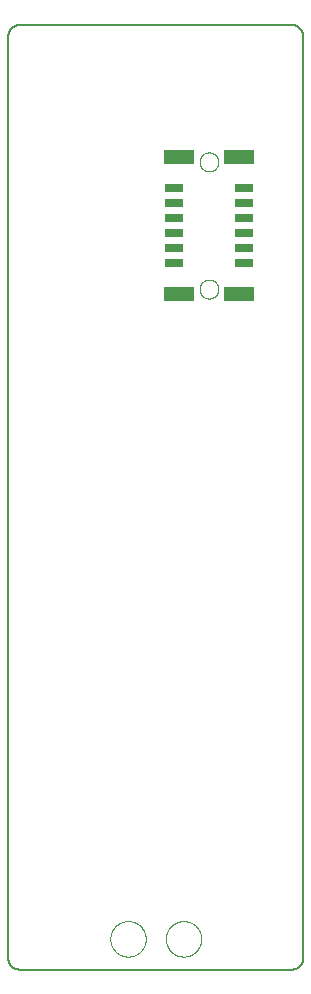
<source format=gbp>
G75*
%MOIN*%
%OFA0B0*%
%FSLAX25Y25*%
%IPPOS*%
%LPD*%
%AMOC8*
5,1,8,0,0,1.08239X$1,22.5*
%
%ADD10R,0.05906X0.03150*%
%ADD11R,0.09843X0.04724*%
%ADD12C,0.00000*%
%ADD13C,0.00500*%
D10*
X0071703Y0244866D03*
X0071703Y0249866D03*
X0071703Y0254866D03*
X0071703Y0259866D03*
X0071703Y0264866D03*
X0071703Y0269866D03*
X0094931Y0269866D03*
X0094931Y0264866D03*
X0094931Y0259866D03*
X0094931Y0254866D03*
X0094931Y0249866D03*
X0094931Y0244866D03*
D11*
X0093356Y0234571D03*
X0093356Y0280240D03*
X0073278Y0280240D03*
X0073278Y0234571D03*
D12*
X0080167Y0236205D02*
X0080169Y0236317D01*
X0080175Y0236428D01*
X0080185Y0236540D01*
X0080199Y0236651D01*
X0080216Y0236761D01*
X0080238Y0236871D01*
X0080264Y0236980D01*
X0080293Y0237088D01*
X0080326Y0237194D01*
X0080363Y0237300D01*
X0080404Y0237404D01*
X0080449Y0237507D01*
X0080497Y0237608D01*
X0080548Y0237707D01*
X0080603Y0237804D01*
X0080662Y0237899D01*
X0080723Y0237993D01*
X0080788Y0238084D01*
X0080857Y0238172D01*
X0080928Y0238258D01*
X0081002Y0238342D01*
X0081080Y0238422D01*
X0081160Y0238500D01*
X0081243Y0238576D01*
X0081328Y0238648D01*
X0081416Y0238717D01*
X0081506Y0238783D01*
X0081599Y0238845D01*
X0081694Y0238905D01*
X0081791Y0238961D01*
X0081889Y0239013D01*
X0081990Y0239062D01*
X0082092Y0239107D01*
X0082196Y0239149D01*
X0082301Y0239187D01*
X0082408Y0239221D01*
X0082515Y0239251D01*
X0082624Y0239278D01*
X0082733Y0239300D01*
X0082844Y0239319D01*
X0082954Y0239334D01*
X0083066Y0239345D01*
X0083177Y0239352D01*
X0083289Y0239355D01*
X0083401Y0239354D01*
X0083513Y0239349D01*
X0083624Y0239340D01*
X0083735Y0239327D01*
X0083846Y0239310D01*
X0083956Y0239290D01*
X0084065Y0239265D01*
X0084173Y0239237D01*
X0084280Y0239204D01*
X0084386Y0239168D01*
X0084490Y0239128D01*
X0084593Y0239085D01*
X0084695Y0239038D01*
X0084794Y0238987D01*
X0084892Y0238933D01*
X0084988Y0238875D01*
X0085082Y0238814D01*
X0085173Y0238750D01*
X0085262Y0238683D01*
X0085349Y0238612D01*
X0085433Y0238538D01*
X0085515Y0238462D01*
X0085593Y0238382D01*
X0085669Y0238300D01*
X0085742Y0238215D01*
X0085812Y0238128D01*
X0085878Y0238038D01*
X0085942Y0237946D01*
X0086002Y0237852D01*
X0086059Y0237756D01*
X0086112Y0237657D01*
X0086162Y0237557D01*
X0086208Y0237456D01*
X0086251Y0237352D01*
X0086290Y0237247D01*
X0086325Y0237141D01*
X0086356Y0237034D01*
X0086384Y0236925D01*
X0086407Y0236816D01*
X0086427Y0236706D01*
X0086443Y0236595D01*
X0086455Y0236484D01*
X0086463Y0236373D01*
X0086467Y0236261D01*
X0086467Y0236149D01*
X0086463Y0236037D01*
X0086455Y0235926D01*
X0086443Y0235815D01*
X0086427Y0235704D01*
X0086407Y0235594D01*
X0086384Y0235485D01*
X0086356Y0235376D01*
X0086325Y0235269D01*
X0086290Y0235163D01*
X0086251Y0235058D01*
X0086208Y0234954D01*
X0086162Y0234853D01*
X0086112Y0234753D01*
X0086059Y0234654D01*
X0086002Y0234558D01*
X0085942Y0234464D01*
X0085878Y0234372D01*
X0085812Y0234282D01*
X0085742Y0234195D01*
X0085669Y0234110D01*
X0085593Y0234028D01*
X0085515Y0233948D01*
X0085433Y0233872D01*
X0085349Y0233798D01*
X0085262Y0233727D01*
X0085173Y0233660D01*
X0085082Y0233596D01*
X0084988Y0233535D01*
X0084892Y0233477D01*
X0084794Y0233423D01*
X0084695Y0233372D01*
X0084593Y0233325D01*
X0084490Y0233282D01*
X0084386Y0233242D01*
X0084280Y0233206D01*
X0084173Y0233173D01*
X0084065Y0233145D01*
X0083956Y0233120D01*
X0083846Y0233100D01*
X0083735Y0233083D01*
X0083624Y0233070D01*
X0083513Y0233061D01*
X0083401Y0233056D01*
X0083289Y0233055D01*
X0083177Y0233058D01*
X0083066Y0233065D01*
X0082954Y0233076D01*
X0082844Y0233091D01*
X0082733Y0233110D01*
X0082624Y0233132D01*
X0082515Y0233159D01*
X0082408Y0233189D01*
X0082301Y0233223D01*
X0082196Y0233261D01*
X0082092Y0233303D01*
X0081990Y0233348D01*
X0081889Y0233397D01*
X0081791Y0233449D01*
X0081694Y0233505D01*
X0081599Y0233565D01*
X0081506Y0233627D01*
X0081416Y0233693D01*
X0081328Y0233762D01*
X0081243Y0233834D01*
X0081160Y0233910D01*
X0081080Y0233988D01*
X0081002Y0234068D01*
X0080928Y0234152D01*
X0080857Y0234238D01*
X0080788Y0234326D01*
X0080723Y0234417D01*
X0080662Y0234511D01*
X0080603Y0234606D01*
X0080548Y0234703D01*
X0080497Y0234802D01*
X0080449Y0234903D01*
X0080404Y0235006D01*
X0080363Y0235110D01*
X0080326Y0235216D01*
X0080293Y0235322D01*
X0080264Y0235430D01*
X0080238Y0235539D01*
X0080216Y0235649D01*
X0080199Y0235759D01*
X0080185Y0235870D01*
X0080175Y0235982D01*
X0080169Y0236093D01*
X0080167Y0236205D01*
X0080169Y0236317D01*
X0080175Y0236428D01*
X0080185Y0236540D01*
X0080199Y0236651D01*
X0080216Y0236761D01*
X0080238Y0236871D01*
X0080264Y0236980D01*
X0080293Y0237088D01*
X0080326Y0237194D01*
X0080363Y0237300D01*
X0080404Y0237404D01*
X0080449Y0237507D01*
X0080497Y0237608D01*
X0080548Y0237707D01*
X0080603Y0237804D01*
X0080662Y0237899D01*
X0080723Y0237993D01*
X0080788Y0238084D01*
X0080857Y0238172D01*
X0080928Y0238258D01*
X0081002Y0238342D01*
X0081080Y0238422D01*
X0081160Y0238500D01*
X0081243Y0238576D01*
X0081328Y0238648D01*
X0081416Y0238717D01*
X0081506Y0238783D01*
X0081599Y0238845D01*
X0081694Y0238905D01*
X0081791Y0238961D01*
X0081889Y0239013D01*
X0081990Y0239062D01*
X0082092Y0239107D01*
X0082196Y0239149D01*
X0082301Y0239187D01*
X0082408Y0239221D01*
X0082515Y0239251D01*
X0082624Y0239278D01*
X0082733Y0239300D01*
X0082844Y0239319D01*
X0082954Y0239334D01*
X0083066Y0239345D01*
X0083177Y0239352D01*
X0083289Y0239355D01*
X0083401Y0239354D01*
X0083513Y0239349D01*
X0083624Y0239340D01*
X0083735Y0239327D01*
X0083846Y0239310D01*
X0083956Y0239290D01*
X0084065Y0239265D01*
X0084173Y0239237D01*
X0084280Y0239204D01*
X0084386Y0239168D01*
X0084490Y0239128D01*
X0084593Y0239085D01*
X0084695Y0239038D01*
X0084794Y0238987D01*
X0084892Y0238933D01*
X0084988Y0238875D01*
X0085082Y0238814D01*
X0085173Y0238750D01*
X0085262Y0238683D01*
X0085349Y0238612D01*
X0085433Y0238538D01*
X0085515Y0238462D01*
X0085593Y0238382D01*
X0085669Y0238300D01*
X0085742Y0238215D01*
X0085812Y0238128D01*
X0085878Y0238038D01*
X0085942Y0237946D01*
X0086002Y0237852D01*
X0086059Y0237756D01*
X0086112Y0237657D01*
X0086162Y0237557D01*
X0086208Y0237456D01*
X0086251Y0237352D01*
X0086290Y0237247D01*
X0086325Y0237141D01*
X0086356Y0237034D01*
X0086384Y0236925D01*
X0086407Y0236816D01*
X0086427Y0236706D01*
X0086443Y0236595D01*
X0086455Y0236484D01*
X0086463Y0236373D01*
X0086467Y0236261D01*
X0086467Y0236149D01*
X0086463Y0236037D01*
X0086455Y0235926D01*
X0086443Y0235815D01*
X0086427Y0235704D01*
X0086407Y0235594D01*
X0086384Y0235485D01*
X0086356Y0235376D01*
X0086325Y0235269D01*
X0086290Y0235163D01*
X0086251Y0235058D01*
X0086208Y0234954D01*
X0086162Y0234853D01*
X0086112Y0234753D01*
X0086059Y0234654D01*
X0086002Y0234558D01*
X0085942Y0234464D01*
X0085878Y0234372D01*
X0085812Y0234282D01*
X0085742Y0234195D01*
X0085669Y0234110D01*
X0085593Y0234028D01*
X0085515Y0233948D01*
X0085433Y0233872D01*
X0085349Y0233798D01*
X0085262Y0233727D01*
X0085173Y0233660D01*
X0085082Y0233596D01*
X0084988Y0233535D01*
X0084892Y0233477D01*
X0084794Y0233423D01*
X0084695Y0233372D01*
X0084593Y0233325D01*
X0084490Y0233282D01*
X0084386Y0233242D01*
X0084280Y0233206D01*
X0084173Y0233173D01*
X0084065Y0233145D01*
X0083956Y0233120D01*
X0083846Y0233100D01*
X0083735Y0233083D01*
X0083624Y0233070D01*
X0083513Y0233061D01*
X0083401Y0233056D01*
X0083289Y0233055D01*
X0083177Y0233058D01*
X0083066Y0233065D01*
X0082954Y0233076D01*
X0082844Y0233091D01*
X0082733Y0233110D01*
X0082624Y0233132D01*
X0082515Y0233159D01*
X0082408Y0233189D01*
X0082301Y0233223D01*
X0082196Y0233261D01*
X0082092Y0233303D01*
X0081990Y0233348D01*
X0081889Y0233397D01*
X0081791Y0233449D01*
X0081694Y0233505D01*
X0081599Y0233565D01*
X0081506Y0233627D01*
X0081416Y0233693D01*
X0081328Y0233762D01*
X0081243Y0233834D01*
X0081160Y0233910D01*
X0081080Y0233988D01*
X0081002Y0234068D01*
X0080928Y0234152D01*
X0080857Y0234238D01*
X0080788Y0234326D01*
X0080723Y0234417D01*
X0080662Y0234511D01*
X0080603Y0234606D01*
X0080548Y0234703D01*
X0080497Y0234802D01*
X0080449Y0234903D01*
X0080404Y0235006D01*
X0080363Y0235110D01*
X0080326Y0235216D01*
X0080293Y0235322D01*
X0080264Y0235430D01*
X0080238Y0235539D01*
X0080216Y0235649D01*
X0080199Y0235759D01*
X0080185Y0235870D01*
X0080175Y0235982D01*
X0080169Y0236093D01*
X0080167Y0236205D01*
X0080167Y0278606D02*
X0080169Y0278718D01*
X0080175Y0278829D01*
X0080185Y0278941D01*
X0080199Y0279052D01*
X0080216Y0279162D01*
X0080238Y0279272D01*
X0080264Y0279381D01*
X0080293Y0279489D01*
X0080326Y0279595D01*
X0080363Y0279701D01*
X0080404Y0279805D01*
X0080449Y0279908D01*
X0080497Y0280009D01*
X0080548Y0280108D01*
X0080603Y0280205D01*
X0080662Y0280300D01*
X0080723Y0280394D01*
X0080788Y0280485D01*
X0080857Y0280573D01*
X0080928Y0280659D01*
X0081002Y0280743D01*
X0081080Y0280823D01*
X0081160Y0280901D01*
X0081243Y0280977D01*
X0081328Y0281049D01*
X0081416Y0281118D01*
X0081506Y0281184D01*
X0081599Y0281246D01*
X0081694Y0281306D01*
X0081791Y0281362D01*
X0081889Y0281414D01*
X0081990Y0281463D01*
X0082092Y0281508D01*
X0082196Y0281550D01*
X0082301Y0281588D01*
X0082408Y0281622D01*
X0082515Y0281652D01*
X0082624Y0281679D01*
X0082733Y0281701D01*
X0082844Y0281720D01*
X0082954Y0281735D01*
X0083066Y0281746D01*
X0083177Y0281753D01*
X0083289Y0281756D01*
X0083401Y0281755D01*
X0083513Y0281750D01*
X0083624Y0281741D01*
X0083735Y0281728D01*
X0083846Y0281711D01*
X0083956Y0281691D01*
X0084065Y0281666D01*
X0084173Y0281638D01*
X0084280Y0281605D01*
X0084386Y0281569D01*
X0084490Y0281529D01*
X0084593Y0281486D01*
X0084695Y0281439D01*
X0084794Y0281388D01*
X0084892Y0281334D01*
X0084988Y0281276D01*
X0085082Y0281215D01*
X0085173Y0281151D01*
X0085262Y0281084D01*
X0085349Y0281013D01*
X0085433Y0280939D01*
X0085515Y0280863D01*
X0085593Y0280783D01*
X0085669Y0280701D01*
X0085742Y0280616D01*
X0085812Y0280529D01*
X0085878Y0280439D01*
X0085942Y0280347D01*
X0086002Y0280253D01*
X0086059Y0280157D01*
X0086112Y0280058D01*
X0086162Y0279958D01*
X0086208Y0279857D01*
X0086251Y0279753D01*
X0086290Y0279648D01*
X0086325Y0279542D01*
X0086356Y0279435D01*
X0086384Y0279326D01*
X0086407Y0279217D01*
X0086427Y0279107D01*
X0086443Y0278996D01*
X0086455Y0278885D01*
X0086463Y0278774D01*
X0086467Y0278662D01*
X0086467Y0278550D01*
X0086463Y0278438D01*
X0086455Y0278327D01*
X0086443Y0278216D01*
X0086427Y0278105D01*
X0086407Y0277995D01*
X0086384Y0277886D01*
X0086356Y0277777D01*
X0086325Y0277670D01*
X0086290Y0277564D01*
X0086251Y0277459D01*
X0086208Y0277355D01*
X0086162Y0277254D01*
X0086112Y0277154D01*
X0086059Y0277055D01*
X0086002Y0276959D01*
X0085942Y0276865D01*
X0085878Y0276773D01*
X0085812Y0276683D01*
X0085742Y0276596D01*
X0085669Y0276511D01*
X0085593Y0276429D01*
X0085515Y0276349D01*
X0085433Y0276273D01*
X0085349Y0276199D01*
X0085262Y0276128D01*
X0085173Y0276061D01*
X0085082Y0275997D01*
X0084988Y0275936D01*
X0084892Y0275878D01*
X0084794Y0275824D01*
X0084695Y0275773D01*
X0084593Y0275726D01*
X0084490Y0275683D01*
X0084386Y0275643D01*
X0084280Y0275607D01*
X0084173Y0275574D01*
X0084065Y0275546D01*
X0083956Y0275521D01*
X0083846Y0275501D01*
X0083735Y0275484D01*
X0083624Y0275471D01*
X0083513Y0275462D01*
X0083401Y0275457D01*
X0083289Y0275456D01*
X0083177Y0275459D01*
X0083066Y0275466D01*
X0082954Y0275477D01*
X0082844Y0275492D01*
X0082733Y0275511D01*
X0082624Y0275533D01*
X0082515Y0275560D01*
X0082408Y0275590D01*
X0082301Y0275624D01*
X0082196Y0275662D01*
X0082092Y0275704D01*
X0081990Y0275749D01*
X0081889Y0275798D01*
X0081791Y0275850D01*
X0081694Y0275906D01*
X0081599Y0275966D01*
X0081506Y0276028D01*
X0081416Y0276094D01*
X0081328Y0276163D01*
X0081243Y0276235D01*
X0081160Y0276311D01*
X0081080Y0276389D01*
X0081002Y0276469D01*
X0080928Y0276553D01*
X0080857Y0276639D01*
X0080788Y0276727D01*
X0080723Y0276818D01*
X0080662Y0276912D01*
X0080603Y0277007D01*
X0080548Y0277104D01*
X0080497Y0277203D01*
X0080449Y0277304D01*
X0080404Y0277407D01*
X0080363Y0277511D01*
X0080326Y0277617D01*
X0080293Y0277723D01*
X0080264Y0277831D01*
X0080238Y0277940D01*
X0080216Y0278050D01*
X0080199Y0278160D01*
X0080185Y0278271D01*
X0080175Y0278383D01*
X0080169Y0278494D01*
X0080167Y0278606D01*
X0080169Y0278718D01*
X0080175Y0278829D01*
X0080185Y0278941D01*
X0080199Y0279052D01*
X0080216Y0279162D01*
X0080238Y0279272D01*
X0080264Y0279381D01*
X0080293Y0279489D01*
X0080326Y0279595D01*
X0080363Y0279701D01*
X0080404Y0279805D01*
X0080449Y0279908D01*
X0080497Y0280009D01*
X0080548Y0280108D01*
X0080603Y0280205D01*
X0080662Y0280300D01*
X0080723Y0280394D01*
X0080788Y0280485D01*
X0080857Y0280573D01*
X0080928Y0280659D01*
X0081002Y0280743D01*
X0081080Y0280823D01*
X0081160Y0280901D01*
X0081243Y0280977D01*
X0081328Y0281049D01*
X0081416Y0281118D01*
X0081506Y0281184D01*
X0081599Y0281246D01*
X0081694Y0281306D01*
X0081791Y0281362D01*
X0081889Y0281414D01*
X0081990Y0281463D01*
X0082092Y0281508D01*
X0082196Y0281550D01*
X0082301Y0281588D01*
X0082408Y0281622D01*
X0082515Y0281652D01*
X0082624Y0281679D01*
X0082733Y0281701D01*
X0082844Y0281720D01*
X0082954Y0281735D01*
X0083066Y0281746D01*
X0083177Y0281753D01*
X0083289Y0281756D01*
X0083401Y0281755D01*
X0083513Y0281750D01*
X0083624Y0281741D01*
X0083735Y0281728D01*
X0083846Y0281711D01*
X0083956Y0281691D01*
X0084065Y0281666D01*
X0084173Y0281638D01*
X0084280Y0281605D01*
X0084386Y0281569D01*
X0084490Y0281529D01*
X0084593Y0281486D01*
X0084695Y0281439D01*
X0084794Y0281388D01*
X0084892Y0281334D01*
X0084988Y0281276D01*
X0085082Y0281215D01*
X0085173Y0281151D01*
X0085262Y0281084D01*
X0085349Y0281013D01*
X0085433Y0280939D01*
X0085515Y0280863D01*
X0085593Y0280783D01*
X0085669Y0280701D01*
X0085742Y0280616D01*
X0085812Y0280529D01*
X0085878Y0280439D01*
X0085942Y0280347D01*
X0086002Y0280253D01*
X0086059Y0280157D01*
X0086112Y0280058D01*
X0086162Y0279958D01*
X0086208Y0279857D01*
X0086251Y0279753D01*
X0086290Y0279648D01*
X0086325Y0279542D01*
X0086356Y0279435D01*
X0086384Y0279326D01*
X0086407Y0279217D01*
X0086427Y0279107D01*
X0086443Y0278996D01*
X0086455Y0278885D01*
X0086463Y0278774D01*
X0086467Y0278662D01*
X0086467Y0278550D01*
X0086463Y0278438D01*
X0086455Y0278327D01*
X0086443Y0278216D01*
X0086427Y0278105D01*
X0086407Y0277995D01*
X0086384Y0277886D01*
X0086356Y0277777D01*
X0086325Y0277670D01*
X0086290Y0277564D01*
X0086251Y0277459D01*
X0086208Y0277355D01*
X0086162Y0277254D01*
X0086112Y0277154D01*
X0086059Y0277055D01*
X0086002Y0276959D01*
X0085942Y0276865D01*
X0085878Y0276773D01*
X0085812Y0276683D01*
X0085742Y0276596D01*
X0085669Y0276511D01*
X0085593Y0276429D01*
X0085515Y0276349D01*
X0085433Y0276273D01*
X0085349Y0276199D01*
X0085262Y0276128D01*
X0085173Y0276061D01*
X0085082Y0275997D01*
X0084988Y0275936D01*
X0084892Y0275878D01*
X0084794Y0275824D01*
X0084695Y0275773D01*
X0084593Y0275726D01*
X0084490Y0275683D01*
X0084386Y0275643D01*
X0084280Y0275607D01*
X0084173Y0275574D01*
X0084065Y0275546D01*
X0083956Y0275521D01*
X0083846Y0275501D01*
X0083735Y0275484D01*
X0083624Y0275471D01*
X0083513Y0275462D01*
X0083401Y0275457D01*
X0083289Y0275456D01*
X0083177Y0275459D01*
X0083066Y0275466D01*
X0082954Y0275477D01*
X0082844Y0275492D01*
X0082733Y0275511D01*
X0082624Y0275533D01*
X0082515Y0275560D01*
X0082408Y0275590D01*
X0082301Y0275624D01*
X0082196Y0275662D01*
X0082092Y0275704D01*
X0081990Y0275749D01*
X0081889Y0275798D01*
X0081791Y0275850D01*
X0081694Y0275906D01*
X0081599Y0275966D01*
X0081506Y0276028D01*
X0081416Y0276094D01*
X0081328Y0276163D01*
X0081243Y0276235D01*
X0081160Y0276311D01*
X0081080Y0276389D01*
X0081002Y0276469D01*
X0080928Y0276553D01*
X0080857Y0276639D01*
X0080788Y0276727D01*
X0080723Y0276818D01*
X0080662Y0276912D01*
X0080603Y0277007D01*
X0080548Y0277104D01*
X0080497Y0277203D01*
X0080449Y0277304D01*
X0080404Y0277407D01*
X0080363Y0277511D01*
X0080326Y0277617D01*
X0080293Y0277723D01*
X0080264Y0277831D01*
X0080238Y0277940D01*
X0080216Y0278050D01*
X0080199Y0278160D01*
X0080185Y0278271D01*
X0080175Y0278383D01*
X0080169Y0278494D01*
X0080167Y0278606D01*
X0068946Y0019610D02*
X0068948Y0019763D01*
X0068954Y0019917D01*
X0068964Y0020070D01*
X0068978Y0020222D01*
X0068996Y0020375D01*
X0069018Y0020526D01*
X0069043Y0020677D01*
X0069073Y0020828D01*
X0069107Y0020978D01*
X0069144Y0021126D01*
X0069185Y0021274D01*
X0069230Y0021420D01*
X0069279Y0021566D01*
X0069332Y0021710D01*
X0069388Y0021852D01*
X0069448Y0021993D01*
X0069512Y0022133D01*
X0069579Y0022271D01*
X0069650Y0022407D01*
X0069725Y0022541D01*
X0069802Y0022673D01*
X0069884Y0022803D01*
X0069968Y0022931D01*
X0070056Y0023057D01*
X0070147Y0023180D01*
X0070241Y0023301D01*
X0070339Y0023419D01*
X0070439Y0023535D01*
X0070543Y0023648D01*
X0070649Y0023759D01*
X0070758Y0023867D01*
X0070870Y0023972D01*
X0070984Y0024073D01*
X0071102Y0024172D01*
X0071221Y0024268D01*
X0071343Y0024361D01*
X0071468Y0024450D01*
X0071595Y0024537D01*
X0071724Y0024619D01*
X0071855Y0024699D01*
X0071988Y0024775D01*
X0072123Y0024848D01*
X0072260Y0024917D01*
X0072399Y0024982D01*
X0072539Y0025044D01*
X0072681Y0025102D01*
X0072824Y0025157D01*
X0072969Y0025208D01*
X0073115Y0025255D01*
X0073262Y0025298D01*
X0073410Y0025337D01*
X0073559Y0025373D01*
X0073709Y0025404D01*
X0073860Y0025432D01*
X0074011Y0025456D01*
X0074164Y0025476D01*
X0074316Y0025492D01*
X0074469Y0025504D01*
X0074622Y0025512D01*
X0074775Y0025516D01*
X0074929Y0025516D01*
X0075082Y0025512D01*
X0075235Y0025504D01*
X0075388Y0025492D01*
X0075540Y0025476D01*
X0075693Y0025456D01*
X0075844Y0025432D01*
X0075995Y0025404D01*
X0076145Y0025373D01*
X0076294Y0025337D01*
X0076442Y0025298D01*
X0076589Y0025255D01*
X0076735Y0025208D01*
X0076880Y0025157D01*
X0077023Y0025102D01*
X0077165Y0025044D01*
X0077305Y0024982D01*
X0077444Y0024917D01*
X0077581Y0024848D01*
X0077716Y0024775D01*
X0077849Y0024699D01*
X0077980Y0024619D01*
X0078109Y0024537D01*
X0078236Y0024450D01*
X0078361Y0024361D01*
X0078483Y0024268D01*
X0078602Y0024172D01*
X0078720Y0024073D01*
X0078834Y0023972D01*
X0078946Y0023867D01*
X0079055Y0023759D01*
X0079161Y0023648D01*
X0079265Y0023535D01*
X0079365Y0023419D01*
X0079463Y0023301D01*
X0079557Y0023180D01*
X0079648Y0023057D01*
X0079736Y0022931D01*
X0079820Y0022803D01*
X0079902Y0022673D01*
X0079979Y0022541D01*
X0080054Y0022407D01*
X0080125Y0022271D01*
X0080192Y0022133D01*
X0080256Y0021993D01*
X0080316Y0021852D01*
X0080372Y0021710D01*
X0080425Y0021566D01*
X0080474Y0021420D01*
X0080519Y0021274D01*
X0080560Y0021126D01*
X0080597Y0020978D01*
X0080631Y0020828D01*
X0080661Y0020677D01*
X0080686Y0020526D01*
X0080708Y0020375D01*
X0080726Y0020222D01*
X0080740Y0020070D01*
X0080750Y0019917D01*
X0080756Y0019763D01*
X0080758Y0019610D01*
X0080756Y0019457D01*
X0080750Y0019303D01*
X0080740Y0019150D01*
X0080726Y0018998D01*
X0080708Y0018845D01*
X0080686Y0018694D01*
X0080661Y0018543D01*
X0080631Y0018392D01*
X0080597Y0018242D01*
X0080560Y0018094D01*
X0080519Y0017946D01*
X0080474Y0017800D01*
X0080425Y0017654D01*
X0080372Y0017510D01*
X0080316Y0017368D01*
X0080256Y0017227D01*
X0080192Y0017087D01*
X0080125Y0016949D01*
X0080054Y0016813D01*
X0079979Y0016679D01*
X0079902Y0016547D01*
X0079820Y0016417D01*
X0079736Y0016289D01*
X0079648Y0016163D01*
X0079557Y0016040D01*
X0079463Y0015919D01*
X0079365Y0015801D01*
X0079265Y0015685D01*
X0079161Y0015572D01*
X0079055Y0015461D01*
X0078946Y0015353D01*
X0078834Y0015248D01*
X0078720Y0015147D01*
X0078602Y0015048D01*
X0078483Y0014952D01*
X0078361Y0014859D01*
X0078236Y0014770D01*
X0078109Y0014683D01*
X0077980Y0014601D01*
X0077849Y0014521D01*
X0077716Y0014445D01*
X0077581Y0014372D01*
X0077444Y0014303D01*
X0077305Y0014238D01*
X0077165Y0014176D01*
X0077023Y0014118D01*
X0076880Y0014063D01*
X0076735Y0014012D01*
X0076589Y0013965D01*
X0076442Y0013922D01*
X0076294Y0013883D01*
X0076145Y0013847D01*
X0075995Y0013816D01*
X0075844Y0013788D01*
X0075693Y0013764D01*
X0075540Y0013744D01*
X0075388Y0013728D01*
X0075235Y0013716D01*
X0075082Y0013708D01*
X0074929Y0013704D01*
X0074775Y0013704D01*
X0074622Y0013708D01*
X0074469Y0013716D01*
X0074316Y0013728D01*
X0074164Y0013744D01*
X0074011Y0013764D01*
X0073860Y0013788D01*
X0073709Y0013816D01*
X0073559Y0013847D01*
X0073410Y0013883D01*
X0073262Y0013922D01*
X0073115Y0013965D01*
X0072969Y0014012D01*
X0072824Y0014063D01*
X0072681Y0014118D01*
X0072539Y0014176D01*
X0072399Y0014238D01*
X0072260Y0014303D01*
X0072123Y0014372D01*
X0071988Y0014445D01*
X0071855Y0014521D01*
X0071724Y0014601D01*
X0071595Y0014683D01*
X0071468Y0014770D01*
X0071343Y0014859D01*
X0071221Y0014952D01*
X0071102Y0015048D01*
X0070984Y0015147D01*
X0070870Y0015248D01*
X0070758Y0015353D01*
X0070649Y0015461D01*
X0070543Y0015572D01*
X0070439Y0015685D01*
X0070339Y0015801D01*
X0070241Y0015919D01*
X0070147Y0016040D01*
X0070056Y0016163D01*
X0069968Y0016289D01*
X0069884Y0016417D01*
X0069802Y0016547D01*
X0069725Y0016679D01*
X0069650Y0016813D01*
X0069579Y0016949D01*
X0069512Y0017087D01*
X0069448Y0017227D01*
X0069388Y0017368D01*
X0069332Y0017510D01*
X0069279Y0017654D01*
X0069230Y0017800D01*
X0069185Y0017946D01*
X0069144Y0018094D01*
X0069107Y0018242D01*
X0069073Y0018392D01*
X0069043Y0018543D01*
X0069018Y0018694D01*
X0068996Y0018845D01*
X0068978Y0018998D01*
X0068964Y0019150D01*
X0068954Y0019303D01*
X0068948Y0019457D01*
X0068946Y0019610D01*
X0050443Y0019610D02*
X0050445Y0019763D01*
X0050451Y0019917D01*
X0050461Y0020070D01*
X0050475Y0020222D01*
X0050493Y0020375D01*
X0050515Y0020526D01*
X0050540Y0020677D01*
X0050570Y0020828D01*
X0050604Y0020978D01*
X0050641Y0021126D01*
X0050682Y0021274D01*
X0050727Y0021420D01*
X0050776Y0021566D01*
X0050829Y0021710D01*
X0050885Y0021852D01*
X0050945Y0021993D01*
X0051009Y0022133D01*
X0051076Y0022271D01*
X0051147Y0022407D01*
X0051222Y0022541D01*
X0051299Y0022673D01*
X0051381Y0022803D01*
X0051465Y0022931D01*
X0051553Y0023057D01*
X0051644Y0023180D01*
X0051738Y0023301D01*
X0051836Y0023419D01*
X0051936Y0023535D01*
X0052040Y0023648D01*
X0052146Y0023759D01*
X0052255Y0023867D01*
X0052367Y0023972D01*
X0052481Y0024073D01*
X0052599Y0024172D01*
X0052718Y0024268D01*
X0052840Y0024361D01*
X0052965Y0024450D01*
X0053092Y0024537D01*
X0053221Y0024619D01*
X0053352Y0024699D01*
X0053485Y0024775D01*
X0053620Y0024848D01*
X0053757Y0024917D01*
X0053896Y0024982D01*
X0054036Y0025044D01*
X0054178Y0025102D01*
X0054321Y0025157D01*
X0054466Y0025208D01*
X0054612Y0025255D01*
X0054759Y0025298D01*
X0054907Y0025337D01*
X0055056Y0025373D01*
X0055206Y0025404D01*
X0055357Y0025432D01*
X0055508Y0025456D01*
X0055661Y0025476D01*
X0055813Y0025492D01*
X0055966Y0025504D01*
X0056119Y0025512D01*
X0056272Y0025516D01*
X0056426Y0025516D01*
X0056579Y0025512D01*
X0056732Y0025504D01*
X0056885Y0025492D01*
X0057037Y0025476D01*
X0057190Y0025456D01*
X0057341Y0025432D01*
X0057492Y0025404D01*
X0057642Y0025373D01*
X0057791Y0025337D01*
X0057939Y0025298D01*
X0058086Y0025255D01*
X0058232Y0025208D01*
X0058377Y0025157D01*
X0058520Y0025102D01*
X0058662Y0025044D01*
X0058802Y0024982D01*
X0058941Y0024917D01*
X0059078Y0024848D01*
X0059213Y0024775D01*
X0059346Y0024699D01*
X0059477Y0024619D01*
X0059606Y0024537D01*
X0059733Y0024450D01*
X0059858Y0024361D01*
X0059980Y0024268D01*
X0060099Y0024172D01*
X0060217Y0024073D01*
X0060331Y0023972D01*
X0060443Y0023867D01*
X0060552Y0023759D01*
X0060658Y0023648D01*
X0060762Y0023535D01*
X0060862Y0023419D01*
X0060960Y0023301D01*
X0061054Y0023180D01*
X0061145Y0023057D01*
X0061233Y0022931D01*
X0061317Y0022803D01*
X0061399Y0022673D01*
X0061476Y0022541D01*
X0061551Y0022407D01*
X0061622Y0022271D01*
X0061689Y0022133D01*
X0061753Y0021993D01*
X0061813Y0021852D01*
X0061869Y0021710D01*
X0061922Y0021566D01*
X0061971Y0021420D01*
X0062016Y0021274D01*
X0062057Y0021126D01*
X0062094Y0020978D01*
X0062128Y0020828D01*
X0062158Y0020677D01*
X0062183Y0020526D01*
X0062205Y0020375D01*
X0062223Y0020222D01*
X0062237Y0020070D01*
X0062247Y0019917D01*
X0062253Y0019763D01*
X0062255Y0019610D01*
X0062253Y0019457D01*
X0062247Y0019303D01*
X0062237Y0019150D01*
X0062223Y0018998D01*
X0062205Y0018845D01*
X0062183Y0018694D01*
X0062158Y0018543D01*
X0062128Y0018392D01*
X0062094Y0018242D01*
X0062057Y0018094D01*
X0062016Y0017946D01*
X0061971Y0017800D01*
X0061922Y0017654D01*
X0061869Y0017510D01*
X0061813Y0017368D01*
X0061753Y0017227D01*
X0061689Y0017087D01*
X0061622Y0016949D01*
X0061551Y0016813D01*
X0061476Y0016679D01*
X0061399Y0016547D01*
X0061317Y0016417D01*
X0061233Y0016289D01*
X0061145Y0016163D01*
X0061054Y0016040D01*
X0060960Y0015919D01*
X0060862Y0015801D01*
X0060762Y0015685D01*
X0060658Y0015572D01*
X0060552Y0015461D01*
X0060443Y0015353D01*
X0060331Y0015248D01*
X0060217Y0015147D01*
X0060099Y0015048D01*
X0059980Y0014952D01*
X0059858Y0014859D01*
X0059733Y0014770D01*
X0059606Y0014683D01*
X0059477Y0014601D01*
X0059346Y0014521D01*
X0059213Y0014445D01*
X0059078Y0014372D01*
X0058941Y0014303D01*
X0058802Y0014238D01*
X0058662Y0014176D01*
X0058520Y0014118D01*
X0058377Y0014063D01*
X0058232Y0014012D01*
X0058086Y0013965D01*
X0057939Y0013922D01*
X0057791Y0013883D01*
X0057642Y0013847D01*
X0057492Y0013816D01*
X0057341Y0013788D01*
X0057190Y0013764D01*
X0057037Y0013744D01*
X0056885Y0013728D01*
X0056732Y0013716D01*
X0056579Y0013708D01*
X0056426Y0013704D01*
X0056272Y0013704D01*
X0056119Y0013708D01*
X0055966Y0013716D01*
X0055813Y0013728D01*
X0055661Y0013744D01*
X0055508Y0013764D01*
X0055357Y0013788D01*
X0055206Y0013816D01*
X0055056Y0013847D01*
X0054907Y0013883D01*
X0054759Y0013922D01*
X0054612Y0013965D01*
X0054466Y0014012D01*
X0054321Y0014063D01*
X0054178Y0014118D01*
X0054036Y0014176D01*
X0053896Y0014238D01*
X0053757Y0014303D01*
X0053620Y0014372D01*
X0053485Y0014445D01*
X0053352Y0014521D01*
X0053221Y0014601D01*
X0053092Y0014683D01*
X0052965Y0014770D01*
X0052840Y0014859D01*
X0052718Y0014952D01*
X0052599Y0015048D01*
X0052481Y0015147D01*
X0052367Y0015248D01*
X0052255Y0015353D01*
X0052146Y0015461D01*
X0052040Y0015572D01*
X0051936Y0015685D01*
X0051836Y0015801D01*
X0051738Y0015919D01*
X0051644Y0016040D01*
X0051553Y0016163D01*
X0051465Y0016289D01*
X0051381Y0016417D01*
X0051299Y0016547D01*
X0051222Y0016679D01*
X0051147Y0016813D01*
X0051076Y0016949D01*
X0051009Y0017087D01*
X0050945Y0017227D01*
X0050885Y0017368D01*
X0050829Y0017510D01*
X0050776Y0017654D01*
X0050727Y0017800D01*
X0050682Y0017946D01*
X0050641Y0018094D01*
X0050604Y0018242D01*
X0050570Y0018392D01*
X0050540Y0018543D01*
X0050515Y0018694D01*
X0050493Y0018845D01*
X0050475Y0018998D01*
X0050461Y0019150D01*
X0050451Y0019303D01*
X0050445Y0019457D01*
X0050443Y0019610D01*
D13*
X0016388Y0013311D02*
X0016388Y0320398D01*
X0016390Y0320522D01*
X0016396Y0320645D01*
X0016405Y0320769D01*
X0016419Y0320891D01*
X0016436Y0321014D01*
X0016458Y0321136D01*
X0016483Y0321257D01*
X0016512Y0321377D01*
X0016544Y0321496D01*
X0016581Y0321615D01*
X0016621Y0321732D01*
X0016664Y0321847D01*
X0016712Y0321962D01*
X0016763Y0322074D01*
X0016817Y0322185D01*
X0016875Y0322295D01*
X0016936Y0322402D01*
X0017001Y0322508D01*
X0017069Y0322611D01*
X0017140Y0322712D01*
X0017214Y0322811D01*
X0017291Y0322908D01*
X0017372Y0323002D01*
X0017455Y0323093D01*
X0017541Y0323182D01*
X0017630Y0323268D01*
X0017721Y0323351D01*
X0017815Y0323432D01*
X0017912Y0323509D01*
X0018011Y0323583D01*
X0018112Y0323654D01*
X0018215Y0323722D01*
X0018321Y0323787D01*
X0018428Y0323848D01*
X0018538Y0323906D01*
X0018649Y0323960D01*
X0018761Y0324011D01*
X0018876Y0324059D01*
X0018991Y0324102D01*
X0019108Y0324142D01*
X0019227Y0324179D01*
X0019346Y0324211D01*
X0019466Y0324240D01*
X0019587Y0324265D01*
X0019709Y0324287D01*
X0019832Y0324304D01*
X0019954Y0324318D01*
X0020078Y0324327D01*
X0020201Y0324333D01*
X0020325Y0324335D01*
X0110876Y0324335D01*
X0111000Y0324333D01*
X0111123Y0324327D01*
X0111247Y0324318D01*
X0111369Y0324304D01*
X0111492Y0324287D01*
X0111614Y0324265D01*
X0111735Y0324240D01*
X0111855Y0324211D01*
X0111974Y0324179D01*
X0112093Y0324142D01*
X0112210Y0324102D01*
X0112325Y0324059D01*
X0112440Y0324011D01*
X0112552Y0323960D01*
X0112663Y0323906D01*
X0112773Y0323848D01*
X0112880Y0323787D01*
X0112986Y0323722D01*
X0113089Y0323654D01*
X0113190Y0323583D01*
X0113289Y0323509D01*
X0113386Y0323432D01*
X0113480Y0323351D01*
X0113571Y0323268D01*
X0113660Y0323182D01*
X0113746Y0323093D01*
X0113829Y0323002D01*
X0113910Y0322908D01*
X0113987Y0322811D01*
X0114061Y0322712D01*
X0114132Y0322611D01*
X0114200Y0322508D01*
X0114265Y0322402D01*
X0114326Y0322295D01*
X0114384Y0322185D01*
X0114438Y0322074D01*
X0114489Y0321962D01*
X0114537Y0321847D01*
X0114580Y0321732D01*
X0114620Y0321615D01*
X0114657Y0321496D01*
X0114689Y0321377D01*
X0114718Y0321257D01*
X0114743Y0321136D01*
X0114765Y0321014D01*
X0114782Y0320891D01*
X0114796Y0320769D01*
X0114805Y0320645D01*
X0114811Y0320522D01*
X0114813Y0320398D01*
X0114813Y0013311D01*
X0114811Y0013187D01*
X0114805Y0013064D01*
X0114796Y0012940D01*
X0114782Y0012818D01*
X0114765Y0012695D01*
X0114743Y0012573D01*
X0114718Y0012452D01*
X0114689Y0012332D01*
X0114657Y0012213D01*
X0114620Y0012094D01*
X0114580Y0011977D01*
X0114537Y0011862D01*
X0114489Y0011747D01*
X0114438Y0011635D01*
X0114384Y0011524D01*
X0114326Y0011414D01*
X0114265Y0011307D01*
X0114200Y0011201D01*
X0114132Y0011098D01*
X0114061Y0010997D01*
X0113987Y0010898D01*
X0113910Y0010801D01*
X0113829Y0010707D01*
X0113746Y0010616D01*
X0113660Y0010527D01*
X0113571Y0010441D01*
X0113480Y0010358D01*
X0113386Y0010277D01*
X0113289Y0010200D01*
X0113190Y0010126D01*
X0113089Y0010055D01*
X0112986Y0009987D01*
X0112880Y0009922D01*
X0112773Y0009861D01*
X0112663Y0009803D01*
X0112552Y0009749D01*
X0112440Y0009698D01*
X0112325Y0009650D01*
X0112210Y0009607D01*
X0112093Y0009567D01*
X0111974Y0009530D01*
X0111855Y0009498D01*
X0111735Y0009469D01*
X0111614Y0009444D01*
X0111492Y0009422D01*
X0111369Y0009405D01*
X0111247Y0009391D01*
X0111123Y0009382D01*
X0111000Y0009376D01*
X0110876Y0009374D01*
X0020325Y0009374D01*
X0020201Y0009376D01*
X0020078Y0009382D01*
X0019954Y0009391D01*
X0019832Y0009405D01*
X0019709Y0009422D01*
X0019587Y0009444D01*
X0019466Y0009469D01*
X0019346Y0009498D01*
X0019227Y0009530D01*
X0019108Y0009567D01*
X0018991Y0009607D01*
X0018876Y0009650D01*
X0018761Y0009698D01*
X0018649Y0009749D01*
X0018538Y0009803D01*
X0018428Y0009861D01*
X0018321Y0009922D01*
X0018215Y0009987D01*
X0018112Y0010055D01*
X0018011Y0010126D01*
X0017912Y0010200D01*
X0017815Y0010277D01*
X0017721Y0010358D01*
X0017630Y0010441D01*
X0017541Y0010527D01*
X0017455Y0010616D01*
X0017372Y0010707D01*
X0017291Y0010801D01*
X0017214Y0010898D01*
X0017140Y0010997D01*
X0017069Y0011098D01*
X0017001Y0011201D01*
X0016936Y0011307D01*
X0016875Y0011414D01*
X0016817Y0011524D01*
X0016763Y0011635D01*
X0016712Y0011747D01*
X0016664Y0011862D01*
X0016621Y0011977D01*
X0016581Y0012094D01*
X0016544Y0012213D01*
X0016512Y0012332D01*
X0016483Y0012452D01*
X0016458Y0012573D01*
X0016436Y0012695D01*
X0016419Y0012818D01*
X0016405Y0012940D01*
X0016396Y0013064D01*
X0016390Y0013187D01*
X0016388Y0013311D01*
M02*

</source>
